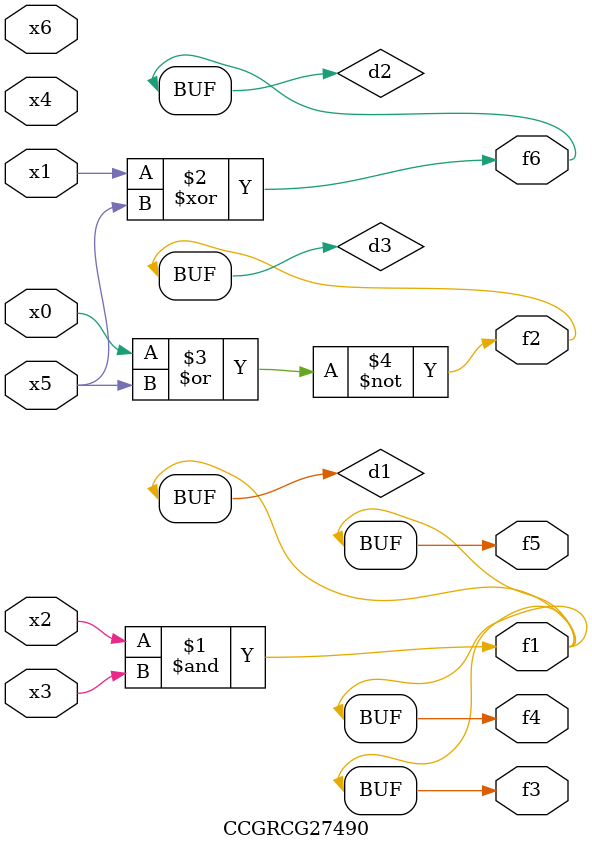
<source format=v>
module CCGRCG27490(
	input x0, x1, x2, x3, x4, x5, x6,
	output f1, f2, f3, f4, f5, f6
);

	wire d1, d2, d3;

	and (d1, x2, x3);
	xor (d2, x1, x5);
	nor (d3, x0, x5);
	assign f1 = d1;
	assign f2 = d3;
	assign f3 = d1;
	assign f4 = d1;
	assign f5 = d1;
	assign f6 = d2;
endmodule

</source>
